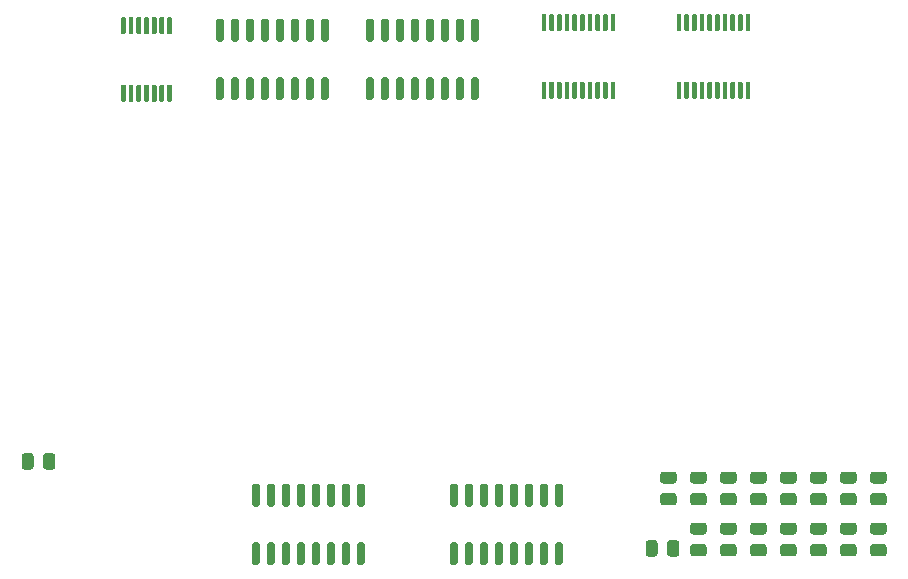
<source format=gbr>
%TF.GenerationSoftware,KiCad,Pcbnew,(5.1.10-1-10_14)*%
%TF.CreationDate,2021-11-12T08:41:43-05:00*%
%TF.ProjectId,audio,61756469-6f2e-46b6-9963-61645f706362,rev?*%
%TF.SameCoordinates,Original*%
%TF.FileFunction,Paste,Top*%
%TF.FilePolarity,Positive*%
%FSLAX46Y46*%
G04 Gerber Fmt 4.6, Leading zero omitted, Abs format (unit mm)*
G04 Created by KiCad (PCBNEW (5.1.10-1-10_14)) date 2021-11-12 08:41:43*
%MOMM*%
%LPD*%
G01*
G04 APERTURE LIST*
G04 APERTURE END LIST*
%TO.C,U7*%
G36*
G01*
X172235000Y-46506000D02*
X171935000Y-46506000D01*
G75*
G02*
X171785000Y-46356000I0J150000D01*
G01*
X171785000Y-44706000D01*
G75*
G02*
X171935000Y-44556000I150000J0D01*
G01*
X172235000Y-44556000D01*
G75*
G02*
X172385000Y-44706000I0J-150000D01*
G01*
X172385000Y-46356000D01*
G75*
G02*
X172235000Y-46506000I-150000J0D01*
G01*
G37*
G36*
G01*
X173505000Y-46506000D02*
X173205000Y-46506000D01*
G75*
G02*
X173055000Y-46356000I0J150000D01*
G01*
X173055000Y-44706000D01*
G75*
G02*
X173205000Y-44556000I150000J0D01*
G01*
X173505000Y-44556000D01*
G75*
G02*
X173655000Y-44706000I0J-150000D01*
G01*
X173655000Y-46356000D01*
G75*
G02*
X173505000Y-46506000I-150000J0D01*
G01*
G37*
G36*
G01*
X174775000Y-46506000D02*
X174475000Y-46506000D01*
G75*
G02*
X174325000Y-46356000I0J150000D01*
G01*
X174325000Y-44706000D01*
G75*
G02*
X174475000Y-44556000I150000J0D01*
G01*
X174775000Y-44556000D01*
G75*
G02*
X174925000Y-44706000I0J-150000D01*
G01*
X174925000Y-46356000D01*
G75*
G02*
X174775000Y-46506000I-150000J0D01*
G01*
G37*
G36*
G01*
X176045000Y-46506000D02*
X175745000Y-46506000D01*
G75*
G02*
X175595000Y-46356000I0J150000D01*
G01*
X175595000Y-44706000D01*
G75*
G02*
X175745000Y-44556000I150000J0D01*
G01*
X176045000Y-44556000D01*
G75*
G02*
X176195000Y-44706000I0J-150000D01*
G01*
X176195000Y-46356000D01*
G75*
G02*
X176045000Y-46506000I-150000J0D01*
G01*
G37*
G36*
G01*
X177315000Y-46506000D02*
X177015000Y-46506000D01*
G75*
G02*
X176865000Y-46356000I0J150000D01*
G01*
X176865000Y-44706000D01*
G75*
G02*
X177015000Y-44556000I150000J0D01*
G01*
X177315000Y-44556000D01*
G75*
G02*
X177465000Y-44706000I0J-150000D01*
G01*
X177465000Y-46356000D01*
G75*
G02*
X177315000Y-46506000I-150000J0D01*
G01*
G37*
G36*
G01*
X178585000Y-46506000D02*
X178285000Y-46506000D01*
G75*
G02*
X178135000Y-46356000I0J150000D01*
G01*
X178135000Y-44706000D01*
G75*
G02*
X178285000Y-44556000I150000J0D01*
G01*
X178585000Y-44556000D01*
G75*
G02*
X178735000Y-44706000I0J-150000D01*
G01*
X178735000Y-46356000D01*
G75*
G02*
X178585000Y-46506000I-150000J0D01*
G01*
G37*
G36*
G01*
X179855000Y-46506000D02*
X179555000Y-46506000D01*
G75*
G02*
X179405000Y-46356000I0J150000D01*
G01*
X179405000Y-44706000D01*
G75*
G02*
X179555000Y-44556000I150000J0D01*
G01*
X179855000Y-44556000D01*
G75*
G02*
X180005000Y-44706000I0J-150000D01*
G01*
X180005000Y-46356000D01*
G75*
G02*
X179855000Y-46506000I-150000J0D01*
G01*
G37*
G36*
G01*
X181125000Y-46506000D02*
X180825000Y-46506000D01*
G75*
G02*
X180675000Y-46356000I0J150000D01*
G01*
X180675000Y-44706000D01*
G75*
G02*
X180825000Y-44556000I150000J0D01*
G01*
X181125000Y-44556000D01*
G75*
G02*
X181275000Y-44706000I0J-150000D01*
G01*
X181275000Y-46356000D01*
G75*
G02*
X181125000Y-46506000I-150000J0D01*
G01*
G37*
G36*
G01*
X181125000Y-51456000D02*
X180825000Y-51456000D01*
G75*
G02*
X180675000Y-51306000I0J150000D01*
G01*
X180675000Y-49656000D01*
G75*
G02*
X180825000Y-49506000I150000J0D01*
G01*
X181125000Y-49506000D01*
G75*
G02*
X181275000Y-49656000I0J-150000D01*
G01*
X181275000Y-51306000D01*
G75*
G02*
X181125000Y-51456000I-150000J0D01*
G01*
G37*
G36*
G01*
X179855000Y-51456000D02*
X179555000Y-51456000D01*
G75*
G02*
X179405000Y-51306000I0J150000D01*
G01*
X179405000Y-49656000D01*
G75*
G02*
X179555000Y-49506000I150000J0D01*
G01*
X179855000Y-49506000D01*
G75*
G02*
X180005000Y-49656000I0J-150000D01*
G01*
X180005000Y-51306000D01*
G75*
G02*
X179855000Y-51456000I-150000J0D01*
G01*
G37*
G36*
G01*
X178585000Y-51456000D02*
X178285000Y-51456000D01*
G75*
G02*
X178135000Y-51306000I0J150000D01*
G01*
X178135000Y-49656000D01*
G75*
G02*
X178285000Y-49506000I150000J0D01*
G01*
X178585000Y-49506000D01*
G75*
G02*
X178735000Y-49656000I0J-150000D01*
G01*
X178735000Y-51306000D01*
G75*
G02*
X178585000Y-51456000I-150000J0D01*
G01*
G37*
G36*
G01*
X177315000Y-51456000D02*
X177015000Y-51456000D01*
G75*
G02*
X176865000Y-51306000I0J150000D01*
G01*
X176865000Y-49656000D01*
G75*
G02*
X177015000Y-49506000I150000J0D01*
G01*
X177315000Y-49506000D01*
G75*
G02*
X177465000Y-49656000I0J-150000D01*
G01*
X177465000Y-51306000D01*
G75*
G02*
X177315000Y-51456000I-150000J0D01*
G01*
G37*
G36*
G01*
X176045000Y-51456000D02*
X175745000Y-51456000D01*
G75*
G02*
X175595000Y-51306000I0J150000D01*
G01*
X175595000Y-49656000D01*
G75*
G02*
X175745000Y-49506000I150000J0D01*
G01*
X176045000Y-49506000D01*
G75*
G02*
X176195000Y-49656000I0J-150000D01*
G01*
X176195000Y-51306000D01*
G75*
G02*
X176045000Y-51456000I-150000J0D01*
G01*
G37*
G36*
G01*
X174775000Y-51456000D02*
X174475000Y-51456000D01*
G75*
G02*
X174325000Y-51306000I0J150000D01*
G01*
X174325000Y-49656000D01*
G75*
G02*
X174475000Y-49506000I150000J0D01*
G01*
X174775000Y-49506000D01*
G75*
G02*
X174925000Y-49656000I0J-150000D01*
G01*
X174925000Y-51306000D01*
G75*
G02*
X174775000Y-51456000I-150000J0D01*
G01*
G37*
G36*
G01*
X173505000Y-51456000D02*
X173205000Y-51456000D01*
G75*
G02*
X173055000Y-51306000I0J150000D01*
G01*
X173055000Y-49656000D01*
G75*
G02*
X173205000Y-49506000I150000J0D01*
G01*
X173505000Y-49506000D01*
G75*
G02*
X173655000Y-49656000I0J-150000D01*
G01*
X173655000Y-51306000D01*
G75*
G02*
X173505000Y-51456000I-150000J0D01*
G01*
G37*
G36*
G01*
X172235000Y-51456000D02*
X171935000Y-51456000D01*
G75*
G02*
X171785000Y-51306000I0J150000D01*
G01*
X171785000Y-49656000D01*
G75*
G02*
X171935000Y-49506000I150000J0D01*
G01*
X172235000Y-49506000D01*
G75*
G02*
X172385000Y-49656000I0J-150000D01*
G01*
X172385000Y-51306000D01*
G75*
G02*
X172235000Y-51456000I-150000J0D01*
G01*
G37*
%TD*%
%TO.C,U6*%
G36*
G01*
X162583000Y-85876000D02*
X162283000Y-85876000D01*
G75*
G02*
X162133000Y-85726000I0J150000D01*
G01*
X162133000Y-84076000D01*
G75*
G02*
X162283000Y-83926000I150000J0D01*
G01*
X162583000Y-83926000D01*
G75*
G02*
X162733000Y-84076000I0J-150000D01*
G01*
X162733000Y-85726000D01*
G75*
G02*
X162583000Y-85876000I-150000J0D01*
G01*
G37*
G36*
G01*
X163853000Y-85876000D02*
X163553000Y-85876000D01*
G75*
G02*
X163403000Y-85726000I0J150000D01*
G01*
X163403000Y-84076000D01*
G75*
G02*
X163553000Y-83926000I150000J0D01*
G01*
X163853000Y-83926000D01*
G75*
G02*
X164003000Y-84076000I0J-150000D01*
G01*
X164003000Y-85726000D01*
G75*
G02*
X163853000Y-85876000I-150000J0D01*
G01*
G37*
G36*
G01*
X165123000Y-85876000D02*
X164823000Y-85876000D01*
G75*
G02*
X164673000Y-85726000I0J150000D01*
G01*
X164673000Y-84076000D01*
G75*
G02*
X164823000Y-83926000I150000J0D01*
G01*
X165123000Y-83926000D01*
G75*
G02*
X165273000Y-84076000I0J-150000D01*
G01*
X165273000Y-85726000D01*
G75*
G02*
X165123000Y-85876000I-150000J0D01*
G01*
G37*
G36*
G01*
X166393000Y-85876000D02*
X166093000Y-85876000D01*
G75*
G02*
X165943000Y-85726000I0J150000D01*
G01*
X165943000Y-84076000D01*
G75*
G02*
X166093000Y-83926000I150000J0D01*
G01*
X166393000Y-83926000D01*
G75*
G02*
X166543000Y-84076000I0J-150000D01*
G01*
X166543000Y-85726000D01*
G75*
G02*
X166393000Y-85876000I-150000J0D01*
G01*
G37*
G36*
G01*
X167663000Y-85876000D02*
X167363000Y-85876000D01*
G75*
G02*
X167213000Y-85726000I0J150000D01*
G01*
X167213000Y-84076000D01*
G75*
G02*
X167363000Y-83926000I150000J0D01*
G01*
X167663000Y-83926000D01*
G75*
G02*
X167813000Y-84076000I0J-150000D01*
G01*
X167813000Y-85726000D01*
G75*
G02*
X167663000Y-85876000I-150000J0D01*
G01*
G37*
G36*
G01*
X168933000Y-85876000D02*
X168633000Y-85876000D01*
G75*
G02*
X168483000Y-85726000I0J150000D01*
G01*
X168483000Y-84076000D01*
G75*
G02*
X168633000Y-83926000I150000J0D01*
G01*
X168933000Y-83926000D01*
G75*
G02*
X169083000Y-84076000I0J-150000D01*
G01*
X169083000Y-85726000D01*
G75*
G02*
X168933000Y-85876000I-150000J0D01*
G01*
G37*
G36*
G01*
X170203000Y-85876000D02*
X169903000Y-85876000D01*
G75*
G02*
X169753000Y-85726000I0J150000D01*
G01*
X169753000Y-84076000D01*
G75*
G02*
X169903000Y-83926000I150000J0D01*
G01*
X170203000Y-83926000D01*
G75*
G02*
X170353000Y-84076000I0J-150000D01*
G01*
X170353000Y-85726000D01*
G75*
G02*
X170203000Y-85876000I-150000J0D01*
G01*
G37*
G36*
G01*
X171473000Y-85876000D02*
X171173000Y-85876000D01*
G75*
G02*
X171023000Y-85726000I0J150000D01*
G01*
X171023000Y-84076000D01*
G75*
G02*
X171173000Y-83926000I150000J0D01*
G01*
X171473000Y-83926000D01*
G75*
G02*
X171623000Y-84076000I0J-150000D01*
G01*
X171623000Y-85726000D01*
G75*
G02*
X171473000Y-85876000I-150000J0D01*
G01*
G37*
G36*
G01*
X171473000Y-90826000D02*
X171173000Y-90826000D01*
G75*
G02*
X171023000Y-90676000I0J150000D01*
G01*
X171023000Y-89026000D01*
G75*
G02*
X171173000Y-88876000I150000J0D01*
G01*
X171473000Y-88876000D01*
G75*
G02*
X171623000Y-89026000I0J-150000D01*
G01*
X171623000Y-90676000D01*
G75*
G02*
X171473000Y-90826000I-150000J0D01*
G01*
G37*
G36*
G01*
X170203000Y-90826000D02*
X169903000Y-90826000D01*
G75*
G02*
X169753000Y-90676000I0J150000D01*
G01*
X169753000Y-89026000D01*
G75*
G02*
X169903000Y-88876000I150000J0D01*
G01*
X170203000Y-88876000D01*
G75*
G02*
X170353000Y-89026000I0J-150000D01*
G01*
X170353000Y-90676000D01*
G75*
G02*
X170203000Y-90826000I-150000J0D01*
G01*
G37*
G36*
G01*
X168933000Y-90826000D02*
X168633000Y-90826000D01*
G75*
G02*
X168483000Y-90676000I0J150000D01*
G01*
X168483000Y-89026000D01*
G75*
G02*
X168633000Y-88876000I150000J0D01*
G01*
X168933000Y-88876000D01*
G75*
G02*
X169083000Y-89026000I0J-150000D01*
G01*
X169083000Y-90676000D01*
G75*
G02*
X168933000Y-90826000I-150000J0D01*
G01*
G37*
G36*
G01*
X167663000Y-90826000D02*
X167363000Y-90826000D01*
G75*
G02*
X167213000Y-90676000I0J150000D01*
G01*
X167213000Y-89026000D01*
G75*
G02*
X167363000Y-88876000I150000J0D01*
G01*
X167663000Y-88876000D01*
G75*
G02*
X167813000Y-89026000I0J-150000D01*
G01*
X167813000Y-90676000D01*
G75*
G02*
X167663000Y-90826000I-150000J0D01*
G01*
G37*
G36*
G01*
X166393000Y-90826000D02*
X166093000Y-90826000D01*
G75*
G02*
X165943000Y-90676000I0J150000D01*
G01*
X165943000Y-89026000D01*
G75*
G02*
X166093000Y-88876000I150000J0D01*
G01*
X166393000Y-88876000D01*
G75*
G02*
X166543000Y-89026000I0J-150000D01*
G01*
X166543000Y-90676000D01*
G75*
G02*
X166393000Y-90826000I-150000J0D01*
G01*
G37*
G36*
G01*
X165123000Y-90826000D02*
X164823000Y-90826000D01*
G75*
G02*
X164673000Y-90676000I0J150000D01*
G01*
X164673000Y-89026000D01*
G75*
G02*
X164823000Y-88876000I150000J0D01*
G01*
X165123000Y-88876000D01*
G75*
G02*
X165273000Y-89026000I0J-150000D01*
G01*
X165273000Y-90676000D01*
G75*
G02*
X165123000Y-90826000I-150000J0D01*
G01*
G37*
G36*
G01*
X163853000Y-90826000D02*
X163553000Y-90826000D01*
G75*
G02*
X163403000Y-90676000I0J150000D01*
G01*
X163403000Y-89026000D01*
G75*
G02*
X163553000Y-88876000I150000J0D01*
G01*
X163853000Y-88876000D01*
G75*
G02*
X164003000Y-89026000I0J-150000D01*
G01*
X164003000Y-90676000D01*
G75*
G02*
X163853000Y-90826000I-150000J0D01*
G01*
G37*
G36*
G01*
X162583000Y-90826000D02*
X162283000Y-90826000D01*
G75*
G02*
X162133000Y-90676000I0J150000D01*
G01*
X162133000Y-89026000D01*
G75*
G02*
X162283000Y-88876000I150000J0D01*
G01*
X162583000Y-88876000D01*
G75*
G02*
X162733000Y-89026000I0J-150000D01*
G01*
X162733000Y-90676000D01*
G75*
G02*
X162583000Y-90826000I-150000J0D01*
G01*
G37*
%TD*%
%TO.C,U5*%
G36*
G01*
X151312000Y-45881000D02*
X151112000Y-45881000D01*
G75*
G02*
X151012000Y-45781000I0J100000D01*
G01*
X151012000Y-44506000D01*
G75*
G02*
X151112000Y-44406000I100000J0D01*
G01*
X151312000Y-44406000D01*
G75*
G02*
X151412000Y-44506000I0J-100000D01*
G01*
X151412000Y-45781000D01*
G75*
G02*
X151312000Y-45881000I-100000J0D01*
G01*
G37*
G36*
G01*
X151962000Y-45881000D02*
X151762000Y-45881000D01*
G75*
G02*
X151662000Y-45781000I0J100000D01*
G01*
X151662000Y-44506000D01*
G75*
G02*
X151762000Y-44406000I100000J0D01*
G01*
X151962000Y-44406000D01*
G75*
G02*
X152062000Y-44506000I0J-100000D01*
G01*
X152062000Y-45781000D01*
G75*
G02*
X151962000Y-45881000I-100000J0D01*
G01*
G37*
G36*
G01*
X152612000Y-45881000D02*
X152412000Y-45881000D01*
G75*
G02*
X152312000Y-45781000I0J100000D01*
G01*
X152312000Y-44506000D01*
G75*
G02*
X152412000Y-44406000I100000J0D01*
G01*
X152612000Y-44406000D01*
G75*
G02*
X152712000Y-44506000I0J-100000D01*
G01*
X152712000Y-45781000D01*
G75*
G02*
X152612000Y-45881000I-100000J0D01*
G01*
G37*
G36*
G01*
X153262000Y-45881000D02*
X153062000Y-45881000D01*
G75*
G02*
X152962000Y-45781000I0J100000D01*
G01*
X152962000Y-44506000D01*
G75*
G02*
X153062000Y-44406000I100000J0D01*
G01*
X153262000Y-44406000D01*
G75*
G02*
X153362000Y-44506000I0J-100000D01*
G01*
X153362000Y-45781000D01*
G75*
G02*
X153262000Y-45881000I-100000J0D01*
G01*
G37*
G36*
G01*
X153912000Y-45881000D02*
X153712000Y-45881000D01*
G75*
G02*
X153612000Y-45781000I0J100000D01*
G01*
X153612000Y-44506000D01*
G75*
G02*
X153712000Y-44406000I100000J0D01*
G01*
X153912000Y-44406000D01*
G75*
G02*
X154012000Y-44506000I0J-100000D01*
G01*
X154012000Y-45781000D01*
G75*
G02*
X153912000Y-45881000I-100000J0D01*
G01*
G37*
G36*
G01*
X154562000Y-45881000D02*
X154362000Y-45881000D01*
G75*
G02*
X154262000Y-45781000I0J100000D01*
G01*
X154262000Y-44506000D01*
G75*
G02*
X154362000Y-44406000I100000J0D01*
G01*
X154562000Y-44406000D01*
G75*
G02*
X154662000Y-44506000I0J-100000D01*
G01*
X154662000Y-45781000D01*
G75*
G02*
X154562000Y-45881000I-100000J0D01*
G01*
G37*
G36*
G01*
X155212000Y-45881000D02*
X155012000Y-45881000D01*
G75*
G02*
X154912000Y-45781000I0J100000D01*
G01*
X154912000Y-44506000D01*
G75*
G02*
X155012000Y-44406000I100000J0D01*
G01*
X155212000Y-44406000D01*
G75*
G02*
X155312000Y-44506000I0J-100000D01*
G01*
X155312000Y-45781000D01*
G75*
G02*
X155212000Y-45881000I-100000J0D01*
G01*
G37*
G36*
G01*
X155212000Y-51606000D02*
X155012000Y-51606000D01*
G75*
G02*
X154912000Y-51506000I0J100000D01*
G01*
X154912000Y-50231000D01*
G75*
G02*
X155012000Y-50131000I100000J0D01*
G01*
X155212000Y-50131000D01*
G75*
G02*
X155312000Y-50231000I0J-100000D01*
G01*
X155312000Y-51506000D01*
G75*
G02*
X155212000Y-51606000I-100000J0D01*
G01*
G37*
G36*
G01*
X154562000Y-51606000D02*
X154362000Y-51606000D01*
G75*
G02*
X154262000Y-51506000I0J100000D01*
G01*
X154262000Y-50231000D01*
G75*
G02*
X154362000Y-50131000I100000J0D01*
G01*
X154562000Y-50131000D01*
G75*
G02*
X154662000Y-50231000I0J-100000D01*
G01*
X154662000Y-51506000D01*
G75*
G02*
X154562000Y-51606000I-100000J0D01*
G01*
G37*
G36*
G01*
X153912000Y-51606000D02*
X153712000Y-51606000D01*
G75*
G02*
X153612000Y-51506000I0J100000D01*
G01*
X153612000Y-50231000D01*
G75*
G02*
X153712000Y-50131000I100000J0D01*
G01*
X153912000Y-50131000D01*
G75*
G02*
X154012000Y-50231000I0J-100000D01*
G01*
X154012000Y-51506000D01*
G75*
G02*
X153912000Y-51606000I-100000J0D01*
G01*
G37*
G36*
G01*
X153262000Y-51606000D02*
X153062000Y-51606000D01*
G75*
G02*
X152962000Y-51506000I0J100000D01*
G01*
X152962000Y-50231000D01*
G75*
G02*
X153062000Y-50131000I100000J0D01*
G01*
X153262000Y-50131000D01*
G75*
G02*
X153362000Y-50231000I0J-100000D01*
G01*
X153362000Y-51506000D01*
G75*
G02*
X153262000Y-51606000I-100000J0D01*
G01*
G37*
G36*
G01*
X152612000Y-51606000D02*
X152412000Y-51606000D01*
G75*
G02*
X152312000Y-51506000I0J100000D01*
G01*
X152312000Y-50231000D01*
G75*
G02*
X152412000Y-50131000I100000J0D01*
G01*
X152612000Y-50131000D01*
G75*
G02*
X152712000Y-50231000I0J-100000D01*
G01*
X152712000Y-51506000D01*
G75*
G02*
X152612000Y-51606000I-100000J0D01*
G01*
G37*
G36*
G01*
X151962000Y-51606000D02*
X151762000Y-51606000D01*
G75*
G02*
X151662000Y-51506000I0J100000D01*
G01*
X151662000Y-50231000D01*
G75*
G02*
X151762000Y-50131000I100000J0D01*
G01*
X151962000Y-50131000D01*
G75*
G02*
X152062000Y-50231000I0J-100000D01*
G01*
X152062000Y-51506000D01*
G75*
G02*
X151962000Y-51606000I-100000J0D01*
G01*
G37*
G36*
G01*
X151312000Y-51606000D02*
X151112000Y-51606000D01*
G75*
G02*
X151012000Y-51506000I0J100000D01*
G01*
X151012000Y-50231000D01*
G75*
G02*
X151112000Y-50131000I100000J0D01*
G01*
X151312000Y-50131000D01*
G75*
G02*
X151412000Y-50231000I0J-100000D01*
G01*
X151412000Y-51506000D01*
G75*
G02*
X151312000Y-51606000I-100000J0D01*
G01*
G37*
%TD*%
%TO.C,U4*%
G36*
G01*
X179347000Y-85876000D02*
X179047000Y-85876000D01*
G75*
G02*
X178897000Y-85726000I0J150000D01*
G01*
X178897000Y-84076000D01*
G75*
G02*
X179047000Y-83926000I150000J0D01*
G01*
X179347000Y-83926000D01*
G75*
G02*
X179497000Y-84076000I0J-150000D01*
G01*
X179497000Y-85726000D01*
G75*
G02*
X179347000Y-85876000I-150000J0D01*
G01*
G37*
G36*
G01*
X180617000Y-85876000D02*
X180317000Y-85876000D01*
G75*
G02*
X180167000Y-85726000I0J150000D01*
G01*
X180167000Y-84076000D01*
G75*
G02*
X180317000Y-83926000I150000J0D01*
G01*
X180617000Y-83926000D01*
G75*
G02*
X180767000Y-84076000I0J-150000D01*
G01*
X180767000Y-85726000D01*
G75*
G02*
X180617000Y-85876000I-150000J0D01*
G01*
G37*
G36*
G01*
X181887000Y-85876000D02*
X181587000Y-85876000D01*
G75*
G02*
X181437000Y-85726000I0J150000D01*
G01*
X181437000Y-84076000D01*
G75*
G02*
X181587000Y-83926000I150000J0D01*
G01*
X181887000Y-83926000D01*
G75*
G02*
X182037000Y-84076000I0J-150000D01*
G01*
X182037000Y-85726000D01*
G75*
G02*
X181887000Y-85876000I-150000J0D01*
G01*
G37*
G36*
G01*
X183157000Y-85876000D02*
X182857000Y-85876000D01*
G75*
G02*
X182707000Y-85726000I0J150000D01*
G01*
X182707000Y-84076000D01*
G75*
G02*
X182857000Y-83926000I150000J0D01*
G01*
X183157000Y-83926000D01*
G75*
G02*
X183307000Y-84076000I0J-150000D01*
G01*
X183307000Y-85726000D01*
G75*
G02*
X183157000Y-85876000I-150000J0D01*
G01*
G37*
G36*
G01*
X184427000Y-85876000D02*
X184127000Y-85876000D01*
G75*
G02*
X183977000Y-85726000I0J150000D01*
G01*
X183977000Y-84076000D01*
G75*
G02*
X184127000Y-83926000I150000J0D01*
G01*
X184427000Y-83926000D01*
G75*
G02*
X184577000Y-84076000I0J-150000D01*
G01*
X184577000Y-85726000D01*
G75*
G02*
X184427000Y-85876000I-150000J0D01*
G01*
G37*
G36*
G01*
X185697000Y-85876000D02*
X185397000Y-85876000D01*
G75*
G02*
X185247000Y-85726000I0J150000D01*
G01*
X185247000Y-84076000D01*
G75*
G02*
X185397000Y-83926000I150000J0D01*
G01*
X185697000Y-83926000D01*
G75*
G02*
X185847000Y-84076000I0J-150000D01*
G01*
X185847000Y-85726000D01*
G75*
G02*
X185697000Y-85876000I-150000J0D01*
G01*
G37*
G36*
G01*
X186967000Y-85876000D02*
X186667000Y-85876000D01*
G75*
G02*
X186517000Y-85726000I0J150000D01*
G01*
X186517000Y-84076000D01*
G75*
G02*
X186667000Y-83926000I150000J0D01*
G01*
X186967000Y-83926000D01*
G75*
G02*
X187117000Y-84076000I0J-150000D01*
G01*
X187117000Y-85726000D01*
G75*
G02*
X186967000Y-85876000I-150000J0D01*
G01*
G37*
G36*
G01*
X188237000Y-85876000D02*
X187937000Y-85876000D01*
G75*
G02*
X187787000Y-85726000I0J150000D01*
G01*
X187787000Y-84076000D01*
G75*
G02*
X187937000Y-83926000I150000J0D01*
G01*
X188237000Y-83926000D01*
G75*
G02*
X188387000Y-84076000I0J-150000D01*
G01*
X188387000Y-85726000D01*
G75*
G02*
X188237000Y-85876000I-150000J0D01*
G01*
G37*
G36*
G01*
X188237000Y-90826000D02*
X187937000Y-90826000D01*
G75*
G02*
X187787000Y-90676000I0J150000D01*
G01*
X187787000Y-89026000D01*
G75*
G02*
X187937000Y-88876000I150000J0D01*
G01*
X188237000Y-88876000D01*
G75*
G02*
X188387000Y-89026000I0J-150000D01*
G01*
X188387000Y-90676000D01*
G75*
G02*
X188237000Y-90826000I-150000J0D01*
G01*
G37*
G36*
G01*
X186967000Y-90826000D02*
X186667000Y-90826000D01*
G75*
G02*
X186517000Y-90676000I0J150000D01*
G01*
X186517000Y-89026000D01*
G75*
G02*
X186667000Y-88876000I150000J0D01*
G01*
X186967000Y-88876000D01*
G75*
G02*
X187117000Y-89026000I0J-150000D01*
G01*
X187117000Y-90676000D01*
G75*
G02*
X186967000Y-90826000I-150000J0D01*
G01*
G37*
G36*
G01*
X185697000Y-90826000D02*
X185397000Y-90826000D01*
G75*
G02*
X185247000Y-90676000I0J150000D01*
G01*
X185247000Y-89026000D01*
G75*
G02*
X185397000Y-88876000I150000J0D01*
G01*
X185697000Y-88876000D01*
G75*
G02*
X185847000Y-89026000I0J-150000D01*
G01*
X185847000Y-90676000D01*
G75*
G02*
X185697000Y-90826000I-150000J0D01*
G01*
G37*
G36*
G01*
X184427000Y-90826000D02*
X184127000Y-90826000D01*
G75*
G02*
X183977000Y-90676000I0J150000D01*
G01*
X183977000Y-89026000D01*
G75*
G02*
X184127000Y-88876000I150000J0D01*
G01*
X184427000Y-88876000D01*
G75*
G02*
X184577000Y-89026000I0J-150000D01*
G01*
X184577000Y-90676000D01*
G75*
G02*
X184427000Y-90826000I-150000J0D01*
G01*
G37*
G36*
G01*
X183157000Y-90826000D02*
X182857000Y-90826000D01*
G75*
G02*
X182707000Y-90676000I0J150000D01*
G01*
X182707000Y-89026000D01*
G75*
G02*
X182857000Y-88876000I150000J0D01*
G01*
X183157000Y-88876000D01*
G75*
G02*
X183307000Y-89026000I0J-150000D01*
G01*
X183307000Y-90676000D01*
G75*
G02*
X183157000Y-90826000I-150000J0D01*
G01*
G37*
G36*
G01*
X181887000Y-90826000D02*
X181587000Y-90826000D01*
G75*
G02*
X181437000Y-90676000I0J150000D01*
G01*
X181437000Y-89026000D01*
G75*
G02*
X181587000Y-88876000I150000J0D01*
G01*
X181887000Y-88876000D01*
G75*
G02*
X182037000Y-89026000I0J-150000D01*
G01*
X182037000Y-90676000D01*
G75*
G02*
X181887000Y-90826000I-150000J0D01*
G01*
G37*
G36*
G01*
X180617000Y-90826000D02*
X180317000Y-90826000D01*
G75*
G02*
X180167000Y-90676000I0J150000D01*
G01*
X180167000Y-89026000D01*
G75*
G02*
X180317000Y-88876000I150000J0D01*
G01*
X180617000Y-88876000D01*
G75*
G02*
X180767000Y-89026000I0J-150000D01*
G01*
X180767000Y-90676000D01*
G75*
G02*
X180617000Y-90826000I-150000J0D01*
G01*
G37*
G36*
G01*
X179347000Y-90826000D02*
X179047000Y-90826000D01*
G75*
G02*
X178897000Y-90676000I0J150000D01*
G01*
X178897000Y-89026000D01*
G75*
G02*
X179047000Y-88876000I150000J0D01*
G01*
X179347000Y-88876000D01*
G75*
G02*
X179497000Y-89026000I0J-150000D01*
G01*
X179497000Y-90676000D01*
G75*
G02*
X179347000Y-90826000I-150000J0D01*
G01*
G37*
%TD*%
%TO.C,U3*%
G36*
G01*
X159535000Y-46506000D02*
X159235000Y-46506000D01*
G75*
G02*
X159085000Y-46356000I0J150000D01*
G01*
X159085000Y-44706000D01*
G75*
G02*
X159235000Y-44556000I150000J0D01*
G01*
X159535000Y-44556000D01*
G75*
G02*
X159685000Y-44706000I0J-150000D01*
G01*
X159685000Y-46356000D01*
G75*
G02*
X159535000Y-46506000I-150000J0D01*
G01*
G37*
G36*
G01*
X160805000Y-46506000D02*
X160505000Y-46506000D01*
G75*
G02*
X160355000Y-46356000I0J150000D01*
G01*
X160355000Y-44706000D01*
G75*
G02*
X160505000Y-44556000I150000J0D01*
G01*
X160805000Y-44556000D01*
G75*
G02*
X160955000Y-44706000I0J-150000D01*
G01*
X160955000Y-46356000D01*
G75*
G02*
X160805000Y-46506000I-150000J0D01*
G01*
G37*
G36*
G01*
X162075000Y-46506000D02*
X161775000Y-46506000D01*
G75*
G02*
X161625000Y-46356000I0J150000D01*
G01*
X161625000Y-44706000D01*
G75*
G02*
X161775000Y-44556000I150000J0D01*
G01*
X162075000Y-44556000D01*
G75*
G02*
X162225000Y-44706000I0J-150000D01*
G01*
X162225000Y-46356000D01*
G75*
G02*
X162075000Y-46506000I-150000J0D01*
G01*
G37*
G36*
G01*
X163345000Y-46506000D02*
X163045000Y-46506000D01*
G75*
G02*
X162895000Y-46356000I0J150000D01*
G01*
X162895000Y-44706000D01*
G75*
G02*
X163045000Y-44556000I150000J0D01*
G01*
X163345000Y-44556000D01*
G75*
G02*
X163495000Y-44706000I0J-150000D01*
G01*
X163495000Y-46356000D01*
G75*
G02*
X163345000Y-46506000I-150000J0D01*
G01*
G37*
G36*
G01*
X164615000Y-46506000D02*
X164315000Y-46506000D01*
G75*
G02*
X164165000Y-46356000I0J150000D01*
G01*
X164165000Y-44706000D01*
G75*
G02*
X164315000Y-44556000I150000J0D01*
G01*
X164615000Y-44556000D01*
G75*
G02*
X164765000Y-44706000I0J-150000D01*
G01*
X164765000Y-46356000D01*
G75*
G02*
X164615000Y-46506000I-150000J0D01*
G01*
G37*
G36*
G01*
X165885000Y-46506000D02*
X165585000Y-46506000D01*
G75*
G02*
X165435000Y-46356000I0J150000D01*
G01*
X165435000Y-44706000D01*
G75*
G02*
X165585000Y-44556000I150000J0D01*
G01*
X165885000Y-44556000D01*
G75*
G02*
X166035000Y-44706000I0J-150000D01*
G01*
X166035000Y-46356000D01*
G75*
G02*
X165885000Y-46506000I-150000J0D01*
G01*
G37*
G36*
G01*
X167155000Y-46506000D02*
X166855000Y-46506000D01*
G75*
G02*
X166705000Y-46356000I0J150000D01*
G01*
X166705000Y-44706000D01*
G75*
G02*
X166855000Y-44556000I150000J0D01*
G01*
X167155000Y-44556000D01*
G75*
G02*
X167305000Y-44706000I0J-150000D01*
G01*
X167305000Y-46356000D01*
G75*
G02*
X167155000Y-46506000I-150000J0D01*
G01*
G37*
G36*
G01*
X168425000Y-46506000D02*
X168125000Y-46506000D01*
G75*
G02*
X167975000Y-46356000I0J150000D01*
G01*
X167975000Y-44706000D01*
G75*
G02*
X168125000Y-44556000I150000J0D01*
G01*
X168425000Y-44556000D01*
G75*
G02*
X168575000Y-44706000I0J-150000D01*
G01*
X168575000Y-46356000D01*
G75*
G02*
X168425000Y-46506000I-150000J0D01*
G01*
G37*
G36*
G01*
X168425000Y-51456000D02*
X168125000Y-51456000D01*
G75*
G02*
X167975000Y-51306000I0J150000D01*
G01*
X167975000Y-49656000D01*
G75*
G02*
X168125000Y-49506000I150000J0D01*
G01*
X168425000Y-49506000D01*
G75*
G02*
X168575000Y-49656000I0J-150000D01*
G01*
X168575000Y-51306000D01*
G75*
G02*
X168425000Y-51456000I-150000J0D01*
G01*
G37*
G36*
G01*
X167155000Y-51456000D02*
X166855000Y-51456000D01*
G75*
G02*
X166705000Y-51306000I0J150000D01*
G01*
X166705000Y-49656000D01*
G75*
G02*
X166855000Y-49506000I150000J0D01*
G01*
X167155000Y-49506000D01*
G75*
G02*
X167305000Y-49656000I0J-150000D01*
G01*
X167305000Y-51306000D01*
G75*
G02*
X167155000Y-51456000I-150000J0D01*
G01*
G37*
G36*
G01*
X165885000Y-51456000D02*
X165585000Y-51456000D01*
G75*
G02*
X165435000Y-51306000I0J150000D01*
G01*
X165435000Y-49656000D01*
G75*
G02*
X165585000Y-49506000I150000J0D01*
G01*
X165885000Y-49506000D01*
G75*
G02*
X166035000Y-49656000I0J-150000D01*
G01*
X166035000Y-51306000D01*
G75*
G02*
X165885000Y-51456000I-150000J0D01*
G01*
G37*
G36*
G01*
X164615000Y-51456000D02*
X164315000Y-51456000D01*
G75*
G02*
X164165000Y-51306000I0J150000D01*
G01*
X164165000Y-49656000D01*
G75*
G02*
X164315000Y-49506000I150000J0D01*
G01*
X164615000Y-49506000D01*
G75*
G02*
X164765000Y-49656000I0J-150000D01*
G01*
X164765000Y-51306000D01*
G75*
G02*
X164615000Y-51456000I-150000J0D01*
G01*
G37*
G36*
G01*
X163345000Y-51456000D02*
X163045000Y-51456000D01*
G75*
G02*
X162895000Y-51306000I0J150000D01*
G01*
X162895000Y-49656000D01*
G75*
G02*
X163045000Y-49506000I150000J0D01*
G01*
X163345000Y-49506000D01*
G75*
G02*
X163495000Y-49656000I0J-150000D01*
G01*
X163495000Y-51306000D01*
G75*
G02*
X163345000Y-51456000I-150000J0D01*
G01*
G37*
G36*
G01*
X162075000Y-51456000D02*
X161775000Y-51456000D01*
G75*
G02*
X161625000Y-51306000I0J150000D01*
G01*
X161625000Y-49656000D01*
G75*
G02*
X161775000Y-49506000I150000J0D01*
G01*
X162075000Y-49506000D01*
G75*
G02*
X162225000Y-49656000I0J-150000D01*
G01*
X162225000Y-51306000D01*
G75*
G02*
X162075000Y-51456000I-150000J0D01*
G01*
G37*
G36*
G01*
X160805000Y-51456000D02*
X160505000Y-51456000D01*
G75*
G02*
X160355000Y-51306000I0J150000D01*
G01*
X160355000Y-49656000D01*
G75*
G02*
X160505000Y-49506000I150000J0D01*
G01*
X160805000Y-49506000D01*
G75*
G02*
X160955000Y-49656000I0J-150000D01*
G01*
X160955000Y-51306000D01*
G75*
G02*
X160805000Y-51456000I-150000J0D01*
G01*
G37*
G36*
G01*
X159535000Y-51456000D02*
X159235000Y-51456000D01*
G75*
G02*
X159085000Y-51306000I0J150000D01*
G01*
X159085000Y-49656000D01*
G75*
G02*
X159235000Y-49506000I150000J0D01*
G01*
X159535000Y-49506000D01*
G75*
G02*
X159685000Y-49656000I0J-150000D01*
G01*
X159685000Y-51306000D01*
G75*
G02*
X159535000Y-51456000I-150000J0D01*
G01*
G37*
%TD*%
%TO.C,U2*%
G36*
G01*
X186913000Y-45627000D02*
X186713000Y-45627000D01*
G75*
G02*
X186613000Y-45527000I0J100000D01*
G01*
X186613000Y-44252000D01*
G75*
G02*
X186713000Y-44152000I100000J0D01*
G01*
X186913000Y-44152000D01*
G75*
G02*
X187013000Y-44252000I0J-100000D01*
G01*
X187013000Y-45527000D01*
G75*
G02*
X186913000Y-45627000I-100000J0D01*
G01*
G37*
G36*
G01*
X187563000Y-45627000D02*
X187363000Y-45627000D01*
G75*
G02*
X187263000Y-45527000I0J100000D01*
G01*
X187263000Y-44252000D01*
G75*
G02*
X187363000Y-44152000I100000J0D01*
G01*
X187563000Y-44152000D01*
G75*
G02*
X187663000Y-44252000I0J-100000D01*
G01*
X187663000Y-45527000D01*
G75*
G02*
X187563000Y-45627000I-100000J0D01*
G01*
G37*
G36*
G01*
X188213000Y-45627000D02*
X188013000Y-45627000D01*
G75*
G02*
X187913000Y-45527000I0J100000D01*
G01*
X187913000Y-44252000D01*
G75*
G02*
X188013000Y-44152000I100000J0D01*
G01*
X188213000Y-44152000D01*
G75*
G02*
X188313000Y-44252000I0J-100000D01*
G01*
X188313000Y-45527000D01*
G75*
G02*
X188213000Y-45627000I-100000J0D01*
G01*
G37*
G36*
G01*
X188863000Y-45627000D02*
X188663000Y-45627000D01*
G75*
G02*
X188563000Y-45527000I0J100000D01*
G01*
X188563000Y-44252000D01*
G75*
G02*
X188663000Y-44152000I100000J0D01*
G01*
X188863000Y-44152000D01*
G75*
G02*
X188963000Y-44252000I0J-100000D01*
G01*
X188963000Y-45527000D01*
G75*
G02*
X188863000Y-45627000I-100000J0D01*
G01*
G37*
G36*
G01*
X189513000Y-45627000D02*
X189313000Y-45627000D01*
G75*
G02*
X189213000Y-45527000I0J100000D01*
G01*
X189213000Y-44252000D01*
G75*
G02*
X189313000Y-44152000I100000J0D01*
G01*
X189513000Y-44152000D01*
G75*
G02*
X189613000Y-44252000I0J-100000D01*
G01*
X189613000Y-45527000D01*
G75*
G02*
X189513000Y-45627000I-100000J0D01*
G01*
G37*
G36*
G01*
X190163000Y-45627000D02*
X189963000Y-45627000D01*
G75*
G02*
X189863000Y-45527000I0J100000D01*
G01*
X189863000Y-44252000D01*
G75*
G02*
X189963000Y-44152000I100000J0D01*
G01*
X190163000Y-44152000D01*
G75*
G02*
X190263000Y-44252000I0J-100000D01*
G01*
X190263000Y-45527000D01*
G75*
G02*
X190163000Y-45627000I-100000J0D01*
G01*
G37*
G36*
G01*
X190813000Y-45627000D02*
X190613000Y-45627000D01*
G75*
G02*
X190513000Y-45527000I0J100000D01*
G01*
X190513000Y-44252000D01*
G75*
G02*
X190613000Y-44152000I100000J0D01*
G01*
X190813000Y-44152000D01*
G75*
G02*
X190913000Y-44252000I0J-100000D01*
G01*
X190913000Y-45527000D01*
G75*
G02*
X190813000Y-45627000I-100000J0D01*
G01*
G37*
G36*
G01*
X191463000Y-45627000D02*
X191263000Y-45627000D01*
G75*
G02*
X191163000Y-45527000I0J100000D01*
G01*
X191163000Y-44252000D01*
G75*
G02*
X191263000Y-44152000I100000J0D01*
G01*
X191463000Y-44152000D01*
G75*
G02*
X191563000Y-44252000I0J-100000D01*
G01*
X191563000Y-45527000D01*
G75*
G02*
X191463000Y-45627000I-100000J0D01*
G01*
G37*
G36*
G01*
X192113000Y-45627000D02*
X191913000Y-45627000D01*
G75*
G02*
X191813000Y-45527000I0J100000D01*
G01*
X191813000Y-44252000D01*
G75*
G02*
X191913000Y-44152000I100000J0D01*
G01*
X192113000Y-44152000D01*
G75*
G02*
X192213000Y-44252000I0J-100000D01*
G01*
X192213000Y-45527000D01*
G75*
G02*
X192113000Y-45627000I-100000J0D01*
G01*
G37*
G36*
G01*
X192763000Y-45627000D02*
X192563000Y-45627000D01*
G75*
G02*
X192463000Y-45527000I0J100000D01*
G01*
X192463000Y-44252000D01*
G75*
G02*
X192563000Y-44152000I100000J0D01*
G01*
X192763000Y-44152000D01*
G75*
G02*
X192863000Y-44252000I0J-100000D01*
G01*
X192863000Y-45527000D01*
G75*
G02*
X192763000Y-45627000I-100000J0D01*
G01*
G37*
G36*
G01*
X192763000Y-51352000D02*
X192563000Y-51352000D01*
G75*
G02*
X192463000Y-51252000I0J100000D01*
G01*
X192463000Y-49977000D01*
G75*
G02*
X192563000Y-49877000I100000J0D01*
G01*
X192763000Y-49877000D01*
G75*
G02*
X192863000Y-49977000I0J-100000D01*
G01*
X192863000Y-51252000D01*
G75*
G02*
X192763000Y-51352000I-100000J0D01*
G01*
G37*
G36*
G01*
X192113000Y-51352000D02*
X191913000Y-51352000D01*
G75*
G02*
X191813000Y-51252000I0J100000D01*
G01*
X191813000Y-49977000D01*
G75*
G02*
X191913000Y-49877000I100000J0D01*
G01*
X192113000Y-49877000D01*
G75*
G02*
X192213000Y-49977000I0J-100000D01*
G01*
X192213000Y-51252000D01*
G75*
G02*
X192113000Y-51352000I-100000J0D01*
G01*
G37*
G36*
G01*
X191463000Y-51352000D02*
X191263000Y-51352000D01*
G75*
G02*
X191163000Y-51252000I0J100000D01*
G01*
X191163000Y-49977000D01*
G75*
G02*
X191263000Y-49877000I100000J0D01*
G01*
X191463000Y-49877000D01*
G75*
G02*
X191563000Y-49977000I0J-100000D01*
G01*
X191563000Y-51252000D01*
G75*
G02*
X191463000Y-51352000I-100000J0D01*
G01*
G37*
G36*
G01*
X190813000Y-51352000D02*
X190613000Y-51352000D01*
G75*
G02*
X190513000Y-51252000I0J100000D01*
G01*
X190513000Y-49977000D01*
G75*
G02*
X190613000Y-49877000I100000J0D01*
G01*
X190813000Y-49877000D01*
G75*
G02*
X190913000Y-49977000I0J-100000D01*
G01*
X190913000Y-51252000D01*
G75*
G02*
X190813000Y-51352000I-100000J0D01*
G01*
G37*
G36*
G01*
X190163000Y-51352000D02*
X189963000Y-51352000D01*
G75*
G02*
X189863000Y-51252000I0J100000D01*
G01*
X189863000Y-49977000D01*
G75*
G02*
X189963000Y-49877000I100000J0D01*
G01*
X190163000Y-49877000D01*
G75*
G02*
X190263000Y-49977000I0J-100000D01*
G01*
X190263000Y-51252000D01*
G75*
G02*
X190163000Y-51352000I-100000J0D01*
G01*
G37*
G36*
G01*
X189513000Y-51352000D02*
X189313000Y-51352000D01*
G75*
G02*
X189213000Y-51252000I0J100000D01*
G01*
X189213000Y-49977000D01*
G75*
G02*
X189313000Y-49877000I100000J0D01*
G01*
X189513000Y-49877000D01*
G75*
G02*
X189613000Y-49977000I0J-100000D01*
G01*
X189613000Y-51252000D01*
G75*
G02*
X189513000Y-51352000I-100000J0D01*
G01*
G37*
G36*
G01*
X188863000Y-51352000D02*
X188663000Y-51352000D01*
G75*
G02*
X188563000Y-51252000I0J100000D01*
G01*
X188563000Y-49977000D01*
G75*
G02*
X188663000Y-49877000I100000J0D01*
G01*
X188863000Y-49877000D01*
G75*
G02*
X188963000Y-49977000I0J-100000D01*
G01*
X188963000Y-51252000D01*
G75*
G02*
X188863000Y-51352000I-100000J0D01*
G01*
G37*
G36*
G01*
X188213000Y-51352000D02*
X188013000Y-51352000D01*
G75*
G02*
X187913000Y-51252000I0J100000D01*
G01*
X187913000Y-49977000D01*
G75*
G02*
X188013000Y-49877000I100000J0D01*
G01*
X188213000Y-49877000D01*
G75*
G02*
X188313000Y-49977000I0J-100000D01*
G01*
X188313000Y-51252000D01*
G75*
G02*
X188213000Y-51352000I-100000J0D01*
G01*
G37*
G36*
G01*
X187563000Y-51352000D02*
X187363000Y-51352000D01*
G75*
G02*
X187263000Y-51252000I0J100000D01*
G01*
X187263000Y-49977000D01*
G75*
G02*
X187363000Y-49877000I100000J0D01*
G01*
X187563000Y-49877000D01*
G75*
G02*
X187663000Y-49977000I0J-100000D01*
G01*
X187663000Y-51252000D01*
G75*
G02*
X187563000Y-51352000I-100000J0D01*
G01*
G37*
G36*
G01*
X186913000Y-51352000D02*
X186713000Y-51352000D01*
G75*
G02*
X186613000Y-51252000I0J100000D01*
G01*
X186613000Y-49977000D01*
G75*
G02*
X186713000Y-49877000I100000J0D01*
G01*
X186913000Y-49877000D01*
G75*
G02*
X187013000Y-49977000I0J-100000D01*
G01*
X187013000Y-51252000D01*
G75*
G02*
X186913000Y-51352000I-100000J0D01*
G01*
G37*
%TD*%
%TO.C,U1*%
G36*
G01*
X198343000Y-45627000D02*
X198143000Y-45627000D01*
G75*
G02*
X198043000Y-45527000I0J100000D01*
G01*
X198043000Y-44252000D01*
G75*
G02*
X198143000Y-44152000I100000J0D01*
G01*
X198343000Y-44152000D01*
G75*
G02*
X198443000Y-44252000I0J-100000D01*
G01*
X198443000Y-45527000D01*
G75*
G02*
X198343000Y-45627000I-100000J0D01*
G01*
G37*
G36*
G01*
X198993000Y-45627000D02*
X198793000Y-45627000D01*
G75*
G02*
X198693000Y-45527000I0J100000D01*
G01*
X198693000Y-44252000D01*
G75*
G02*
X198793000Y-44152000I100000J0D01*
G01*
X198993000Y-44152000D01*
G75*
G02*
X199093000Y-44252000I0J-100000D01*
G01*
X199093000Y-45527000D01*
G75*
G02*
X198993000Y-45627000I-100000J0D01*
G01*
G37*
G36*
G01*
X199643000Y-45627000D02*
X199443000Y-45627000D01*
G75*
G02*
X199343000Y-45527000I0J100000D01*
G01*
X199343000Y-44252000D01*
G75*
G02*
X199443000Y-44152000I100000J0D01*
G01*
X199643000Y-44152000D01*
G75*
G02*
X199743000Y-44252000I0J-100000D01*
G01*
X199743000Y-45527000D01*
G75*
G02*
X199643000Y-45627000I-100000J0D01*
G01*
G37*
G36*
G01*
X200293000Y-45627000D02*
X200093000Y-45627000D01*
G75*
G02*
X199993000Y-45527000I0J100000D01*
G01*
X199993000Y-44252000D01*
G75*
G02*
X200093000Y-44152000I100000J0D01*
G01*
X200293000Y-44152000D01*
G75*
G02*
X200393000Y-44252000I0J-100000D01*
G01*
X200393000Y-45527000D01*
G75*
G02*
X200293000Y-45627000I-100000J0D01*
G01*
G37*
G36*
G01*
X200943000Y-45627000D02*
X200743000Y-45627000D01*
G75*
G02*
X200643000Y-45527000I0J100000D01*
G01*
X200643000Y-44252000D01*
G75*
G02*
X200743000Y-44152000I100000J0D01*
G01*
X200943000Y-44152000D01*
G75*
G02*
X201043000Y-44252000I0J-100000D01*
G01*
X201043000Y-45527000D01*
G75*
G02*
X200943000Y-45627000I-100000J0D01*
G01*
G37*
G36*
G01*
X201593000Y-45627000D02*
X201393000Y-45627000D01*
G75*
G02*
X201293000Y-45527000I0J100000D01*
G01*
X201293000Y-44252000D01*
G75*
G02*
X201393000Y-44152000I100000J0D01*
G01*
X201593000Y-44152000D01*
G75*
G02*
X201693000Y-44252000I0J-100000D01*
G01*
X201693000Y-45527000D01*
G75*
G02*
X201593000Y-45627000I-100000J0D01*
G01*
G37*
G36*
G01*
X202243000Y-45627000D02*
X202043000Y-45627000D01*
G75*
G02*
X201943000Y-45527000I0J100000D01*
G01*
X201943000Y-44252000D01*
G75*
G02*
X202043000Y-44152000I100000J0D01*
G01*
X202243000Y-44152000D01*
G75*
G02*
X202343000Y-44252000I0J-100000D01*
G01*
X202343000Y-45527000D01*
G75*
G02*
X202243000Y-45627000I-100000J0D01*
G01*
G37*
G36*
G01*
X202893000Y-45627000D02*
X202693000Y-45627000D01*
G75*
G02*
X202593000Y-45527000I0J100000D01*
G01*
X202593000Y-44252000D01*
G75*
G02*
X202693000Y-44152000I100000J0D01*
G01*
X202893000Y-44152000D01*
G75*
G02*
X202993000Y-44252000I0J-100000D01*
G01*
X202993000Y-45527000D01*
G75*
G02*
X202893000Y-45627000I-100000J0D01*
G01*
G37*
G36*
G01*
X203543000Y-45627000D02*
X203343000Y-45627000D01*
G75*
G02*
X203243000Y-45527000I0J100000D01*
G01*
X203243000Y-44252000D01*
G75*
G02*
X203343000Y-44152000I100000J0D01*
G01*
X203543000Y-44152000D01*
G75*
G02*
X203643000Y-44252000I0J-100000D01*
G01*
X203643000Y-45527000D01*
G75*
G02*
X203543000Y-45627000I-100000J0D01*
G01*
G37*
G36*
G01*
X204193000Y-45627000D02*
X203993000Y-45627000D01*
G75*
G02*
X203893000Y-45527000I0J100000D01*
G01*
X203893000Y-44252000D01*
G75*
G02*
X203993000Y-44152000I100000J0D01*
G01*
X204193000Y-44152000D01*
G75*
G02*
X204293000Y-44252000I0J-100000D01*
G01*
X204293000Y-45527000D01*
G75*
G02*
X204193000Y-45627000I-100000J0D01*
G01*
G37*
G36*
G01*
X204193000Y-51352000D02*
X203993000Y-51352000D01*
G75*
G02*
X203893000Y-51252000I0J100000D01*
G01*
X203893000Y-49977000D01*
G75*
G02*
X203993000Y-49877000I100000J0D01*
G01*
X204193000Y-49877000D01*
G75*
G02*
X204293000Y-49977000I0J-100000D01*
G01*
X204293000Y-51252000D01*
G75*
G02*
X204193000Y-51352000I-100000J0D01*
G01*
G37*
G36*
G01*
X203543000Y-51352000D02*
X203343000Y-51352000D01*
G75*
G02*
X203243000Y-51252000I0J100000D01*
G01*
X203243000Y-49977000D01*
G75*
G02*
X203343000Y-49877000I100000J0D01*
G01*
X203543000Y-49877000D01*
G75*
G02*
X203643000Y-49977000I0J-100000D01*
G01*
X203643000Y-51252000D01*
G75*
G02*
X203543000Y-51352000I-100000J0D01*
G01*
G37*
G36*
G01*
X202893000Y-51352000D02*
X202693000Y-51352000D01*
G75*
G02*
X202593000Y-51252000I0J100000D01*
G01*
X202593000Y-49977000D01*
G75*
G02*
X202693000Y-49877000I100000J0D01*
G01*
X202893000Y-49877000D01*
G75*
G02*
X202993000Y-49977000I0J-100000D01*
G01*
X202993000Y-51252000D01*
G75*
G02*
X202893000Y-51352000I-100000J0D01*
G01*
G37*
G36*
G01*
X202243000Y-51352000D02*
X202043000Y-51352000D01*
G75*
G02*
X201943000Y-51252000I0J100000D01*
G01*
X201943000Y-49977000D01*
G75*
G02*
X202043000Y-49877000I100000J0D01*
G01*
X202243000Y-49877000D01*
G75*
G02*
X202343000Y-49977000I0J-100000D01*
G01*
X202343000Y-51252000D01*
G75*
G02*
X202243000Y-51352000I-100000J0D01*
G01*
G37*
G36*
G01*
X201593000Y-51352000D02*
X201393000Y-51352000D01*
G75*
G02*
X201293000Y-51252000I0J100000D01*
G01*
X201293000Y-49977000D01*
G75*
G02*
X201393000Y-49877000I100000J0D01*
G01*
X201593000Y-49877000D01*
G75*
G02*
X201693000Y-49977000I0J-100000D01*
G01*
X201693000Y-51252000D01*
G75*
G02*
X201593000Y-51352000I-100000J0D01*
G01*
G37*
G36*
G01*
X200943000Y-51352000D02*
X200743000Y-51352000D01*
G75*
G02*
X200643000Y-51252000I0J100000D01*
G01*
X200643000Y-49977000D01*
G75*
G02*
X200743000Y-49877000I100000J0D01*
G01*
X200943000Y-49877000D01*
G75*
G02*
X201043000Y-49977000I0J-100000D01*
G01*
X201043000Y-51252000D01*
G75*
G02*
X200943000Y-51352000I-100000J0D01*
G01*
G37*
G36*
G01*
X200293000Y-51352000D02*
X200093000Y-51352000D01*
G75*
G02*
X199993000Y-51252000I0J100000D01*
G01*
X199993000Y-49977000D01*
G75*
G02*
X200093000Y-49877000I100000J0D01*
G01*
X200293000Y-49877000D01*
G75*
G02*
X200393000Y-49977000I0J-100000D01*
G01*
X200393000Y-51252000D01*
G75*
G02*
X200293000Y-51352000I-100000J0D01*
G01*
G37*
G36*
G01*
X199643000Y-51352000D02*
X199443000Y-51352000D01*
G75*
G02*
X199343000Y-51252000I0J100000D01*
G01*
X199343000Y-49977000D01*
G75*
G02*
X199443000Y-49877000I100000J0D01*
G01*
X199643000Y-49877000D01*
G75*
G02*
X199743000Y-49977000I0J-100000D01*
G01*
X199743000Y-51252000D01*
G75*
G02*
X199643000Y-51352000I-100000J0D01*
G01*
G37*
G36*
G01*
X198993000Y-51352000D02*
X198793000Y-51352000D01*
G75*
G02*
X198693000Y-51252000I0J100000D01*
G01*
X198693000Y-49977000D01*
G75*
G02*
X198793000Y-49877000I100000J0D01*
G01*
X198993000Y-49877000D01*
G75*
G02*
X199093000Y-49977000I0J-100000D01*
G01*
X199093000Y-51252000D01*
G75*
G02*
X198993000Y-51352000I-100000J0D01*
G01*
G37*
G36*
G01*
X198343000Y-51352000D02*
X198143000Y-51352000D01*
G75*
G02*
X198043000Y-51252000I0J100000D01*
G01*
X198043000Y-49977000D01*
G75*
G02*
X198143000Y-49877000I100000J0D01*
G01*
X198343000Y-49877000D01*
G75*
G02*
X198443000Y-49977000I0J-100000D01*
G01*
X198443000Y-51252000D01*
G75*
G02*
X198343000Y-51352000I-100000J0D01*
G01*
G37*
%TD*%
%TO.C,R17*%
G36*
G01*
X143618000Y-81591998D02*
X143618000Y-82492002D01*
G75*
G02*
X143368002Y-82742000I-249998J0D01*
G01*
X142842998Y-82742000D01*
G75*
G02*
X142593000Y-82492002I0J249998D01*
G01*
X142593000Y-81591998D01*
G75*
G02*
X142842998Y-81342000I249998J0D01*
G01*
X143368002Y-81342000D01*
G75*
G02*
X143618000Y-81591998I0J-249998D01*
G01*
G37*
G36*
G01*
X145443000Y-81591998D02*
X145443000Y-82492002D01*
G75*
G02*
X145193002Y-82742000I-249998J0D01*
G01*
X144667998Y-82742000D01*
G75*
G02*
X144418000Y-82492002I0J249998D01*
G01*
X144418000Y-81591998D01*
G75*
G02*
X144667998Y-81342000I249998J0D01*
G01*
X145193002Y-81342000D01*
G75*
G02*
X145443000Y-81591998I0J-249998D01*
G01*
G37*
%TD*%
%TO.C,R16*%
G36*
G01*
X197250000Y-89858002D02*
X197250000Y-88957998D01*
G75*
G02*
X197499998Y-88708000I249998J0D01*
G01*
X198025002Y-88708000D01*
G75*
G02*
X198275000Y-88957998I0J-249998D01*
G01*
X198275000Y-89858002D01*
G75*
G02*
X198025002Y-90108000I-249998J0D01*
G01*
X197499998Y-90108000D01*
G75*
G02*
X197250000Y-89858002I0J249998D01*
G01*
G37*
G36*
G01*
X195425000Y-89858002D02*
X195425000Y-88957998D01*
G75*
G02*
X195674998Y-88708000I249998J0D01*
G01*
X196200002Y-88708000D01*
G75*
G02*
X196450000Y-88957998I0J-249998D01*
G01*
X196450000Y-89858002D01*
G75*
G02*
X196200002Y-90108000I-249998J0D01*
G01*
X195674998Y-90108000D01*
G75*
G02*
X195425000Y-89858002I0J249998D01*
G01*
G37*
%TD*%
%TO.C,R15*%
G36*
G01*
X214687998Y-84728000D02*
X215588002Y-84728000D01*
G75*
G02*
X215838000Y-84977998I0J-249998D01*
G01*
X215838000Y-85503002D01*
G75*
G02*
X215588002Y-85753000I-249998J0D01*
G01*
X214687998Y-85753000D01*
G75*
G02*
X214438000Y-85503002I0J249998D01*
G01*
X214438000Y-84977998D01*
G75*
G02*
X214687998Y-84728000I249998J0D01*
G01*
G37*
G36*
G01*
X214687998Y-82903000D02*
X215588002Y-82903000D01*
G75*
G02*
X215838000Y-83152998I0J-249998D01*
G01*
X215838000Y-83678002D01*
G75*
G02*
X215588002Y-83928000I-249998J0D01*
G01*
X214687998Y-83928000D01*
G75*
G02*
X214438000Y-83678002I0J249998D01*
G01*
X214438000Y-83152998D01*
G75*
G02*
X214687998Y-82903000I249998J0D01*
G01*
G37*
%TD*%
%TO.C,R14*%
G36*
G01*
X215588002Y-88246000D02*
X214687998Y-88246000D01*
G75*
G02*
X214438000Y-87996002I0J249998D01*
G01*
X214438000Y-87470998D01*
G75*
G02*
X214687998Y-87221000I249998J0D01*
G01*
X215588002Y-87221000D01*
G75*
G02*
X215838000Y-87470998I0J-249998D01*
G01*
X215838000Y-87996002D01*
G75*
G02*
X215588002Y-88246000I-249998J0D01*
G01*
G37*
G36*
G01*
X215588002Y-90071000D02*
X214687998Y-90071000D01*
G75*
G02*
X214438000Y-89821002I0J249998D01*
G01*
X214438000Y-89295998D01*
G75*
G02*
X214687998Y-89046000I249998J0D01*
G01*
X215588002Y-89046000D01*
G75*
G02*
X215838000Y-89295998I0J-249998D01*
G01*
X215838000Y-89821002D01*
G75*
G02*
X215588002Y-90071000I-249998J0D01*
G01*
G37*
%TD*%
%TO.C,R13*%
G36*
G01*
X212147998Y-84728000D02*
X213048002Y-84728000D01*
G75*
G02*
X213298000Y-84977998I0J-249998D01*
G01*
X213298000Y-85503002D01*
G75*
G02*
X213048002Y-85753000I-249998J0D01*
G01*
X212147998Y-85753000D01*
G75*
G02*
X211898000Y-85503002I0J249998D01*
G01*
X211898000Y-84977998D01*
G75*
G02*
X212147998Y-84728000I249998J0D01*
G01*
G37*
G36*
G01*
X212147998Y-82903000D02*
X213048002Y-82903000D01*
G75*
G02*
X213298000Y-83152998I0J-249998D01*
G01*
X213298000Y-83678002D01*
G75*
G02*
X213048002Y-83928000I-249998J0D01*
G01*
X212147998Y-83928000D01*
G75*
G02*
X211898000Y-83678002I0J249998D01*
G01*
X211898000Y-83152998D01*
G75*
G02*
X212147998Y-82903000I249998J0D01*
G01*
G37*
%TD*%
%TO.C,R12*%
G36*
G01*
X213048002Y-88246000D02*
X212147998Y-88246000D01*
G75*
G02*
X211898000Y-87996002I0J249998D01*
G01*
X211898000Y-87470998D01*
G75*
G02*
X212147998Y-87221000I249998J0D01*
G01*
X213048002Y-87221000D01*
G75*
G02*
X213298000Y-87470998I0J-249998D01*
G01*
X213298000Y-87996002D01*
G75*
G02*
X213048002Y-88246000I-249998J0D01*
G01*
G37*
G36*
G01*
X213048002Y-90071000D02*
X212147998Y-90071000D01*
G75*
G02*
X211898000Y-89821002I0J249998D01*
G01*
X211898000Y-89295998D01*
G75*
G02*
X212147998Y-89046000I249998J0D01*
G01*
X213048002Y-89046000D01*
G75*
G02*
X213298000Y-89295998I0J-249998D01*
G01*
X213298000Y-89821002D01*
G75*
G02*
X213048002Y-90071000I-249998J0D01*
G01*
G37*
%TD*%
%TO.C,R11*%
G36*
G01*
X209607998Y-84728000D02*
X210508002Y-84728000D01*
G75*
G02*
X210758000Y-84977998I0J-249998D01*
G01*
X210758000Y-85503002D01*
G75*
G02*
X210508002Y-85753000I-249998J0D01*
G01*
X209607998Y-85753000D01*
G75*
G02*
X209358000Y-85503002I0J249998D01*
G01*
X209358000Y-84977998D01*
G75*
G02*
X209607998Y-84728000I249998J0D01*
G01*
G37*
G36*
G01*
X209607998Y-82903000D02*
X210508002Y-82903000D01*
G75*
G02*
X210758000Y-83152998I0J-249998D01*
G01*
X210758000Y-83678002D01*
G75*
G02*
X210508002Y-83928000I-249998J0D01*
G01*
X209607998Y-83928000D01*
G75*
G02*
X209358000Y-83678002I0J249998D01*
G01*
X209358000Y-83152998D01*
G75*
G02*
X209607998Y-82903000I249998J0D01*
G01*
G37*
%TD*%
%TO.C,R10*%
G36*
G01*
X210508002Y-88246000D02*
X209607998Y-88246000D01*
G75*
G02*
X209358000Y-87996002I0J249998D01*
G01*
X209358000Y-87470998D01*
G75*
G02*
X209607998Y-87221000I249998J0D01*
G01*
X210508002Y-87221000D01*
G75*
G02*
X210758000Y-87470998I0J-249998D01*
G01*
X210758000Y-87996002D01*
G75*
G02*
X210508002Y-88246000I-249998J0D01*
G01*
G37*
G36*
G01*
X210508002Y-90071000D02*
X209607998Y-90071000D01*
G75*
G02*
X209358000Y-89821002I0J249998D01*
G01*
X209358000Y-89295998D01*
G75*
G02*
X209607998Y-89046000I249998J0D01*
G01*
X210508002Y-89046000D01*
G75*
G02*
X210758000Y-89295998I0J-249998D01*
G01*
X210758000Y-89821002D01*
G75*
G02*
X210508002Y-90071000I-249998J0D01*
G01*
G37*
%TD*%
%TO.C,R9*%
G36*
G01*
X207067998Y-84728000D02*
X207968002Y-84728000D01*
G75*
G02*
X208218000Y-84977998I0J-249998D01*
G01*
X208218000Y-85503002D01*
G75*
G02*
X207968002Y-85753000I-249998J0D01*
G01*
X207067998Y-85753000D01*
G75*
G02*
X206818000Y-85503002I0J249998D01*
G01*
X206818000Y-84977998D01*
G75*
G02*
X207067998Y-84728000I249998J0D01*
G01*
G37*
G36*
G01*
X207067998Y-82903000D02*
X207968002Y-82903000D01*
G75*
G02*
X208218000Y-83152998I0J-249998D01*
G01*
X208218000Y-83678002D01*
G75*
G02*
X207968002Y-83928000I-249998J0D01*
G01*
X207067998Y-83928000D01*
G75*
G02*
X206818000Y-83678002I0J249998D01*
G01*
X206818000Y-83152998D01*
G75*
G02*
X207067998Y-82903000I249998J0D01*
G01*
G37*
%TD*%
%TO.C,R8*%
G36*
G01*
X207968002Y-88246000D02*
X207067998Y-88246000D01*
G75*
G02*
X206818000Y-87996002I0J249998D01*
G01*
X206818000Y-87470998D01*
G75*
G02*
X207067998Y-87221000I249998J0D01*
G01*
X207968002Y-87221000D01*
G75*
G02*
X208218000Y-87470998I0J-249998D01*
G01*
X208218000Y-87996002D01*
G75*
G02*
X207968002Y-88246000I-249998J0D01*
G01*
G37*
G36*
G01*
X207968002Y-90071000D02*
X207067998Y-90071000D01*
G75*
G02*
X206818000Y-89821002I0J249998D01*
G01*
X206818000Y-89295998D01*
G75*
G02*
X207067998Y-89046000I249998J0D01*
G01*
X207968002Y-89046000D01*
G75*
G02*
X208218000Y-89295998I0J-249998D01*
G01*
X208218000Y-89821002D01*
G75*
G02*
X207968002Y-90071000I-249998J0D01*
G01*
G37*
%TD*%
%TO.C,R7*%
G36*
G01*
X204527998Y-84728000D02*
X205428002Y-84728000D01*
G75*
G02*
X205678000Y-84977998I0J-249998D01*
G01*
X205678000Y-85503002D01*
G75*
G02*
X205428002Y-85753000I-249998J0D01*
G01*
X204527998Y-85753000D01*
G75*
G02*
X204278000Y-85503002I0J249998D01*
G01*
X204278000Y-84977998D01*
G75*
G02*
X204527998Y-84728000I249998J0D01*
G01*
G37*
G36*
G01*
X204527998Y-82903000D02*
X205428002Y-82903000D01*
G75*
G02*
X205678000Y-83152998I0J-249998D01*
G01*
X205678000Y-83678002D01*
G75*
G02*
X205428002Y-83928000I-249998J0D01*
G01*
X204527998Y-83928000D01*
G75*
G02*
X204278000Y-83678002I0J249998D01*
G01*
X204278000Y-83152998D01*
G75*
G02*
X204527998Y-82903000I249998J0D01*
G01*
G37*
%TD*%
%TO.C,R6*%
G36*
G01*
X205428002Y-88246000D02*
X204527998Y-88246000D01*
G75*
G02*
X204278000Y-87996002I0J249998D01*
G01*
X204278000Y-87470998D01*
G75*
G02*
X204527998Y-87221000I249998J0D01*
G01*
X205428002Y-87221000D01*
G75*
G02*
X205678000Y-87470998I0J-249998D01*
G01*
X205678000Y-87996002D01*
G75*
G02*
X205428002Y-88246000I-249998J0D01*
G01*
G37*
G36*
G01*
X205428002Y-90071000D02*
X204527998Y-90071000D01*
G75*
G02*
X204278000Y-89821002I0J249998D01*
G01*
X204278000Y-89295998D01*
G75*
G02*
X204527998Y-89046000I249998J0D01*
G01*
X205428002Y-89046000D01*
G75*
G02*
X205678000Y-89295998I0J-249998D01*
G01*
X205678000Y-89821002D01*
G75*
G02*
X205428002Y-90071000I-249998J0D01*
G01*
G37*
%TD*%
%TO.C,R5*%
G36*
G01*
X201987998Y-84728000D02*
X202888002Y-84728000D01*
G75*
G02*
X203138000Y-84977998I0J-249998D01*
G01*
X203138000Y-85503002D01*
G75*
G02*
X202888002Y-85753000I-249998J0D01*
G01*
X201987998Y-85753000D01*
G75*
G02*
X201738000Y-85503002I0J249998D01*
G01*
X201738000Y-84977998D01*
G75*
G02*
X201987998Y-84728000I249998J0D01*
G01*
G37*
G36*
G01*
X201987998Y-82903000D02*
X202888002Y-82903000D01*
G75*
G02*
X203138000Y-83152998I0J-249998D01*
G01*
X203138000Y-83678002D01*
G75*
G02*
X202888002Y-83928000I-249998J0D01*
G01*
X201987998Y-83928000D01*
G75*
G02*
X201738000Y-83678002I0J249998D01*
G01*
X201738000Y-83152998D01*
G75*
G02*
X201987998Y-82903000I249998J0D01*
G01*
G37*
%TD*%
%TO.C,R4*%
G36*
G01*
X202888002Y-88246000D02*
X201987998Y-88246000D01*
G75*
G02*
X201738000Y-87996002I0J249998D01*
G01*
X201738000Y-87470998D01*
G75*
G02*
X201987998Y-87221000I249998J0D01*
G01*
X202888002Y-87221000D01*
G75*
G02*
X203138000Y-87470998I0J-249998D01*
G01*
X203138000Y-87996002D01*
G75*
G02*
X202888002Y-88246000I-249998J0D01*
G01*
G37*
G36*
G01*
X202888002Y-90071000D02*
X201987998Y-90071000D01*
G75*
G02*
X201738000Y-89821002I0J249998D01*
G01*
X201738000Y-89295998D01*
G75*
G02*
X201987998Y-89046000I249998J0D01*
G01*
X202888002Y-89046000D01*
G75*
G02*
X203138000Y-89295998I0J-249998D01*
G01*
X203138000Y-89821002D01*
G75*
G02*
X202888002Y-90071000I-249998J0D01*
G01*
G37*
%TD*%
%TO.C,R3*%
G36*
G01*
X199447998Y-84728000D02*
X200348002Y-84728000D01*
G75*
G02*
X200598000Y-84977998I0J-249998D01*
G01*
X200598000Y-85503002D01*
G75*
G02*
X200348002Y-85753000I-249998J0D01*
G01*
X199447998Y-85753000D01*
G75*
G02*
X199198000Y-85503002I0J249998D01*
G01*
X199198000Y-84977998D01*
G75*
G02*
X199447998Y-84728000I249998J0D01*
G01*
G37*
G36*
G01*
X199447998Y-82903000D02*
X200348002Y-82903000D01*
G75*
G02*
X200598000Y-83152998I0J-249998D01*
G01*
X200598000Y-83678002D01*
G75*
G02*
X200348002Y-83928000I-249998J0D01*
G01*
X199447998Y-83928000D01*
G75*
G02*
X199198000Y-83678002I0J249998D01*
G01*
X199198000Y-83152998D01*
G75*
G02*
X199447998Y-82903000I249998J0D01*
G01*
G37*
%TD*%
%TO.C,R2*%
G36*
G01*
X200348002Y-88246000D02*
X199447998Y-88246000D01*
G75*
G02*
X199198000Y-87996002I0J249998D01*
G01*
X199198000Y-87470998D01*
G75*
G02*
X199447998Y-87221000I249998J0D01*
G01*
X200348002Y-87221000D01*
G75*
G02*
X200598000Y-87470998I0J-249998D01*
G01*
X200598000Y-87996002D01*
G75*
G02*
X200348002Y-88246000I-249998J0D01*
G01*
G37*
G36*
G01*
X200348002Y-90071000D02*
X199447998Y-90071000D01*
G75*
G02*
X199198000Y-89821002I0J249998D01*
G01*
X199198000Y-89295998D01*
G75*
G02*
X199447998Y-89046000I249998J0D01*
G01*
X200348002Y-89046000D01*
G75*
G02*
X200598000Y-89295998I0J-249998D01*
G01*
X200598000Y-89821002D01*
G75*
G02*
X200348002Y-90071000I-249998J0D01*
G01*
G37*
%TD*%
%TO.C,R1*%
G36*
G01*
X196907998Y-84728000D02*
X197808002Y-84728000D01*
G75*
G02*
X198058000Y-84977998I0J-249998D01*
G01*
X198058000Y-85503002D01*
G75*
G02*
X197808002Y-85753000I-249998J0D01*
G01*
X196907998Y-85753000D01*
G75*
G02*
X196658000Y-85503002I0J249998D01*
G01*
X196658000Y-84977998D01*
G75*
G02*
X196907998Y-84728000I249998J0D01*
G01*
G37*
G36*
G01*
X196907998Y-82903000D02*
X197808002Y-82903000D01*
G75*
G02*
X198058000Y-83152998I0J-249998D01*
G01*
X198058000Y-83678002D01*
G75*
G02*
X197808002Y-83928000I-249998J0D01*
G01*
X196907998Y-83928000D01*
G75*
G02*
X196658000Y-83678002I0J249998D01*
G01*
X196658000Y-83152998D01*
G75*
G02*
X196907998Y-82903000I249998J0D01*
G01*
G37*
%TD*%
M02*

</source>
